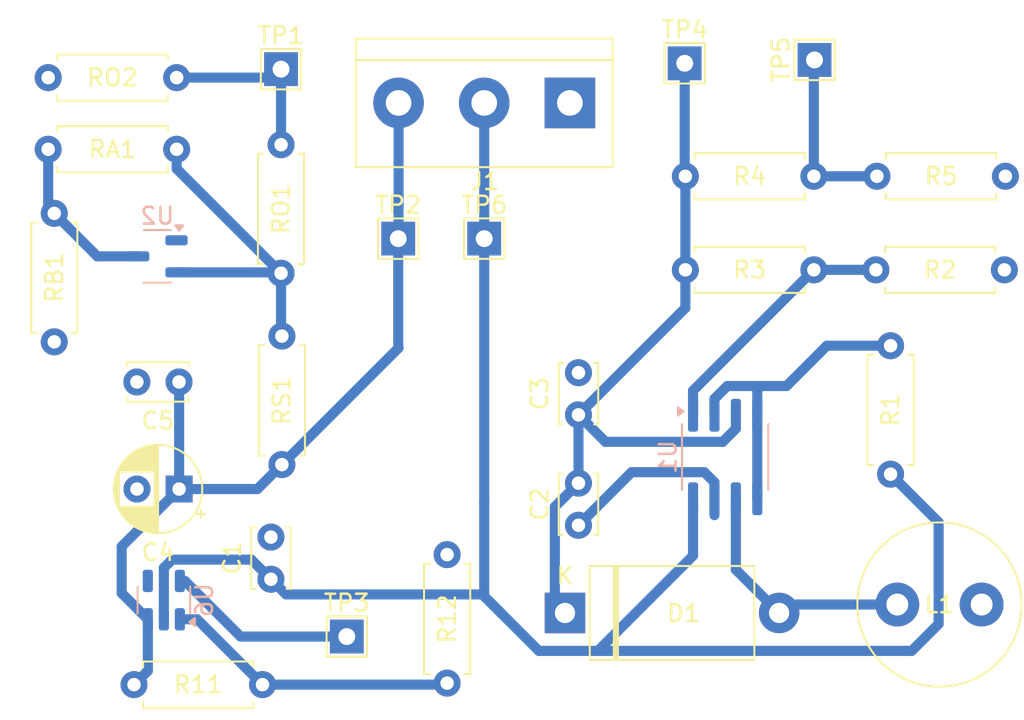
<source format=kicad_pcb>
(kicad_pcb (version 20240108) (generator "pcbnew") (generator_version "8.0")
  (layers (0 "F.Cu" signal) (31 "B.Cu" signal) (34 "B.Paste" user) (35 "F.Paste" user) (36 "B.SilkS" user "B.Silkscreen") (37 "F.SilkS" user "F.Silkscreen") (38 "B.Mask" user) (39 "F.Mask" user) (44 "Edge.Cuts" user))
  (net 0 "")
  (net 1 "0")
  (net 2 "Vbuck")
  (net 3 "-Vbat")
  (net 4 "Net-(U1-TC)")
  (net 5 "Vbat")
  (net 6 "Net-(D1--)")
  (net 7 "Net-(U1-DC)")
  (net 8 "Net-(U1-CII)")
  (net 9 "-VPOSA")
  (net 10 "Net-(U6-IN+)")
  (net 11 "Net-(U2-1)")
  (net 12 "Net-(U2-3)")
  (net 13 "Vref")
  (net 14 "Venable")
  (footprint "Resistor_THT:R_Axial_DIN0207_L6.3mm_D2.5mm_P7.62mm_Horizontal" (layer "F.Cu") (at 166.65 110.95 180)
    (property "Reference" "R11" (at 3.81 0 360) (layer "F.SilkS"))
    (property "Value" "10k")
    (fp_line (start 7.08 1.37) (end 7.08 1.04) (stroke (width 0.12)) (layer "F.SilkS"))
    (fp_line (start 7.08 -1.37) (end 7.08 -1.04) (stroke (width 0.12)) (layer "F.SilkS"))
    (fp_line (start 0.54 1.37) (end 7.08 1.37) (stroke (width 0.12)) (layer "F.SilkS"))
    (fp_line (start 0.54 1.04) (end 0.54 1.37) (stroke (width 0.12)) (layer "F.SilkS"))
    (fp_line (start 0.54 -1.04) (end 0.54 -1.37) (stroke (width 0.12)) (layer "F.SilkS"))
    (fp_line (start 0.54 -1.37) (end 7.08 -1.37) (stroke (width 0.12)) (layer "F.SilkS"))
    (pad "1" thru_hole circle (at 0 0 180) (size 1.6 1.6) (drill 0.8) (layers "*.Cu" "*.Mask") (net 10 "Net-(U6-IN+)"))
    (pad "2" thru_hole oval (at 7.62 0 180) (size 1.6 1.6) (drill 0.8) (layers "*.Cu" "*.Mask") (net 5 "Vbat"))
  )
  (footprint "TestPoint:TestPoint_THTPad_2.0x2.0mm_Drill1.0mm" (layer "F.Cu") (at 191.69 74.1)
    (property "Reference" "TP4" (at 0 -1.998 0) (layer "F.SilkS"))
    (property "Value" "TestPoint")
    (fp_line (start -1.2 -1.2) (end 1.2 -1.2) (stroke (width 0.12)) (layer "F.SilkS"))
    (fp_line (start -1.2 1.2) (end -1.2 -1.2) (stroke (width 0.12)) (layer "F.SilkS"))
    (fp_line (start 1.2 -1.2) (end 1.2 1.2) (stroke (width 0.12)) (layer "F.SilkS"))
    (fp_line (start 1.2 1.2) (end -1.2 1.2) (stroke (width 0.12)) (layer "F.SilkS"))
    (pad "1" thru_hole rect (at 0 0) (size 2 2) (drill 1) (layers "*.Cu" "*.Mask") (net 3 "-Vbat"))
  )
  (footprint "TestPoint:TestPoint_THTPad_2.0x2.0mm_Drill1.0mm" (layer "F.Cu") (at 167.75 74.45)
    (property "Reference" "TP1" (at 0 -1.998 0) (layer "F.SilkS"))
    (property "Value" "TestPoint")
    (fp_line (start -1.2 -1.2) (end 1.2 -1.2) (stroke (width 0.12)) (layer "F.SilkS"))
    (fp_line (start -1.2 1.2) (end -1.2 -1.2) (stroke (width 0.12)) (layer "F.SilkS"))
    (fp_line (start 1.2 -1.2) (end 1.2 1.2) (stroke (width 0.12)) (layer "F.SilkS"))
    (fp_line (start 1.2 1.2) (end -1.2 1.2) (stroke (width 0.12)) (layer "F.SilkS"))
    (pad "1" thru_hole rect (at 0 0) (size 2 2) (drill 1) (layers "*.Cu" "*.Mask") (net 13 "Vref"))
  )
  (footprint "Capacitor_THT:CP_Radial_D5.0mm_P2.50mm" (layer "F.Cu") (at 161.705113 99.35 180)
    (property "Reference" "C4" (at 1.25 -3.75 360) (layer "F.SilkS"))
    (property "Value" "10µ")
    (fp_line (start 3.851 -0.284) (end 3.851 0.284) (stroke (width 0.12)) (layer "F.SilkS"))
    (fp_line (start 3.811 -0.518) (end 3.811 0.518) (stroke (width 0.12)) (layer "F.SilkS"))
    (fp_line (start 3.771 -0.677) (end 3.771 0.677) (stroke (width 0.12)) (layer "F.SilkS"))
    (fp_line (start 3.731 -0.805) (end 3.731 0.805) (stroke (width 0.12)) (layer "F.SilkS"))
    (fp_line (start 3.691 -0.915) (end 3.691 0.915) (stroke (width 0.12)) (layer "F.SilkS"))
    (fp_line (start 3.651 -1.011) (end 3.651 1.011) (stroke (width 0.12)) (layer "F.SilkS"))
    (fp_line (start 3.611 -1.098) (end 3.611 1.098) (stroke (width 0.12)) (layer "F.SilkS"))
    (fp_line (start 3.571 -1.178) (end 3.571 1.178) (stroke (width 0.12)) (layer "F.SilkS"))
    (fp_line (start 3.531 1.04) (end 3.531 1.251) (stroke (width 0.12)) (layer "F.SilkS"))
    (fp_line (start 3.531 -1.251) (end 3.531 -1.04) (stroke (width 0.12)) (layer "F.SilkS"))
    (fp_line (start 3.491 1.04) (end 3.491 1.319) (stroke (width 0.12)) (layer "F.SilkS"))
    (fp_line (start 3.491 -1.319) (end 3.491 -1.04) (stroke (width 0.12)) (layer "F.SilkS"))
    (fp_line (start 3.451 1.04) (end 3.451 1.383) (stroke (width 0.12)) (layer "F.SilkS"))
    (fp_line (start 3.451 -1.383) (end 3.451 -1.04) (stroke (width 0.12)) (layer "F.SilkS"))
    (fp_line (start 3.411 1.04) (end 3.411 1.443) (stroke (width 0.12)) (layer "F.SilkS"))
    (fp_line (start 3.411 -1.443) (end 3.411 -1.04) (stroke (width 0.12)) (layer "F.SilkS"))
    (fp_line (start 3.371 1.04) (end 3.371 1.5) (stroke (width 0.12)) (layer "F.SilkS"))
    (fp_line (start 3.371 -1.5) (end 3.371 -1.04) (stroke (width 0.12)) (layer "F.SilkS"))
    (fp_line (start 3.331 1.04) (end 3.331 1.554) (stroke (width 0.12)) (layer "F.SilkS"))
    (fp_line (start 3.331 -1.554) (end 3.331 -1.04) (stroke (width 0.12)) (layer "F.SilkS"))
    (fp_line (start 3.291 1.04) (end 3.291 1.605) (stroke (width 0.12)) (layer "F.SilkS"))
    (fp_line (start 3.291 -1.605) (end 3.291 -1.04) (stroke (width 0.12)) (layer "F.SilkS"))
    (fp_line (start 3.251 1.04) (end 3.251 1.653) (stroke (width 0.12)) (layer "F.SilkS"))
    (fp_line (start 3.251 -1.653) (end 3.251 -1.04) (stroke (width 0.12)) (layer "F.SilkS"))
    (fp_line (start 3.211 1.04) (end 3.211 1.699) (stroke (width 0.12)) (layer "F.SilkS"))
    (fp_line (start 3.211 -1.699) (end 3.211 -1.04) (stroke (width 0.12)) (layer "F.SilkS"))
    (fp_line (start 3.171 1.04) (end 3.171 1.743) (stroke (width 0.12)) (layer "F.SilkS"))
    (fp_line (start 3.171 -1.743) (end 3.171 -1.04) (stroke (width 0.12)) (layer "F.SilkS"))
    (fp_line (start 3.131 1.04) (end 3.131 1.785) (stroke (width 0.12)) (layer "F.SilkS"))
    (fp_line (start 3.131 -1.785) (end 3.131 -1.04) (stroke (width 0.12)) (layer "F.SilkS"))
    (fp_line (start 3.091 1.04) (end 3.091 1.826) (stroke (width 0.12)) (layer "F.SilkS"))
    (fp_line (start 3.091 -1.826) (end 3.091 -1.04) (stroke (width 0.12)) (layer "F.SilkS"))
    (fp_line (start 3.051 1.04) (end 3.051 1.864) (stroke (width 0.12)) (layer "F.SilkS"))
    (fp_line (start 3.051 -1.864) (end 3.051 -1.04) (stroke (width 0.12)) (layer "F.SilkS"))
    (fp_line (start 3.011 1.04) (end 3.011 1.901) (stroke (width 0.12)) (layer "F.SilkS"))
    (fp_line (start 3.011 -1.901) (end 3.011 -1.04) (stroke (width 0.12)) (layer "F.SilkS"))
    (fp_line (start 2.971 1.04) (end 2.971 1.937) (stroke (width 0.12)) (layer "F.SilkS"))
    (fp_line (start 2.971 -1.937) (end 2.971 -1.04) (stroke (width 0.12)) (layer "F.SilkS"))
    (fp_line (start 2.931 1.04) (end 2.931 1.971) (stroke (width 0.12)) (layer "F.SilkS"))
    (fp_line (start 2.931 -1.971) (end 2.931 -1.04) (stroke (width 0.12)) (layer "F.SilkS"))
    (fp_line (start 2.891 1.04) (end 2.891 2.004) (stroke (width 0.12)) (layer "F.SilkS"))
    (fp_line (start 2.891 -2.004) (end 2.891 -1.04) (stroke (width 0.12)) (layer "F.SilkS"))
    (fp_line (start 2.851 1.04) (end 2.851 2.035) (stroke (width 0.12)) (layer "F.SilkS"))
    (fp_line (start 2.851 -2.035) (end 2.851 -1.04) (stroke (width 0.12)) (layer "F.SilkS"))
    (fp_line (start 2.811 1.04) (end 2.811 2.065) (stroke (width 0.12)) (layer "F.SilkS"))
    (fp_line (start 2.811 -2.065) (end 2.811 -1.04) (stroke (width 0.12)) (layer "F.SilkS"))
    (fp_line (start 2.771 1.04) (end 2.771 2.095) (stroke (width 0.12)) (layer "F.SilkS"))
    (fp_line (start 2.771 -2.095) (end 2.771 -1.04) (stroke (width 0.12)) (layer "F.SilkS"))
    (fp_line (start 2.731 1.04) (end 2.731 2.122) (stroke (width 0.12)) (layer "F.SilkS"))
    (fp_line (start 2.731 -2.122) (end 2.731 -1.04) (stroke (width 0.12)) (layer "F.SilkS"))
    (fp_line (start 2.691 1.04) (end 2.691 2.149) (stroke (width 0.12)) (layer "F.SilkS"))
    (fp_line (start 2.691 -2.149) (end 2.691 -1.04) (stroke (width 0.12)) (layer "F.SilkS"))
    (fp_line (start 2.651 1.04) (end 2.651 2.175) (stroke (width 0.12)) (layer "F.SilkS"))
    (fp_line (start 2.651 -2.175) (end 2.651 -1.04) (stroke (width 0.12)) (layer "F.SilkS"))
    (fp_line (start 2.611 1.04) (end 2.611 2.2) (stroke (width 0.12)) (layer "F.SilkS"))
    (fp_line (start 2.611 -2.2) (end 2.611 -1.04) (stroke (width 0.12)) (layer "F.SilkS"))
    (fp_line (start 2.571 1.04) (end 2.571 2.224) (stroke (width 0.12)) (layer "F.SilkS"))
    (fp_line (start 2.571 -2.224) (end 2.571 -1.04) (stroke (width 0.12)) (layer "F.SilkS"))
    (fp_line (start 2.531 1.04) (end 2.531 2.247) (stroke (width 0.12)) (layer "F.SilkS"))
    (fp_line (start 2.531 -2.247) (end 2.531 -1.04) (stroke (width 0.12)) (layer "F.SilkS"))
    (fp_line (start 2.491 1.04) (end 2.491 2.268) (stroke (width 0.12)) (layer "F.SilkS"))
    (fp_line (start 2.491 -2.268) (end 2.491 -1.04) (stroke (width 0.12)) (layer "F.SilkS"))
    (fp_line (start 2.451 1.04) (end 2.451 2.29) (stroke (width 0.12)) (layer "F.SilkS"))
    (fp_line (start 2.451 -2.29) (end 2.451 -1.04) (stroke (width 0.12)) (layer "F.SilkS"))
    (fp_line (start 2.411 1.04) (end 2.411 2.31) (stroke (width 0.12)) (layer "F.SilkS"))
    (fp_line (start 2.411 -2.31) (end 2.411 -1.04) (stroke (width 0.12)) (layer "F.SilkS"))
    (fp_line (start 2.371 1.04) (end 2.371 2.329) (stroke (width 0.12)) (layer "F.SilkS"))
    (fp_line (start 2.371 -2.329) (end 2.371 -1.04) (stroke (width 0.12)) (layer "F.SilkS"))
    (fp_line (start 2.331 1.04) (end 2.331 2.348) (stroke (width 0.12)) (layer "F.SilkS"))
    (fp_line (start 2.331 -2.348) (end 2.331 -1.04) (stroke (width 0.12)) (layer "F.SilkS"))
    (fp_line (start 2.291 1.04) (end 2.291 2.365) (stroke (width 0.12)) (layer "F.SilkS"))
    (fp_line (start 2.291 -2.365) (end 2.291 -1.04) (stroke (width 0.12)) (layer "F.SilkS"))
    (fp_line (start 2.251 1.04) (end 2.251 2.382) (stroke (width 0.12)) (layer "F.SilkS"))
    (fp_line (start 2.251 -2.382) (end 2.251 -1.04) (stroke (width 0.12)) (layer "F.SilkS"))
    (fp_line (start 2.211 1.04) (end 2.211 2.398) (stroke (width 0.12)) (layer "F.SilkS"))
    (fp_line (start 2.211 -2.398) (end 2.211 -1.04) (stroke (width 0.12)) (layer "F.SilkS"))
    (fp_line (start 2.171 1.04) (end 2.171 2.414) (stroke (width 0.12)) (layer "F.SilkS"))
    (fp_line (start 2.171 -2.414) (end 2.171 -1.04) (stroke (width 0.12)) (layer "F.SilkS"))
    (fp_line (start 2.131 1.04) (end 2.131 2.428) (stroke (width 0.12)) (layer "F.SilkS"))
    (fp_line (start 2.131 -2.428) (end 2.131 -1.04) (stroke (width 0.12)) (layer "F.SilkS"))
    (fp_line (start 2.091 1.04) (end 2.091 2.442) (stroke (width 0.12)) (layer "F.SilkS"))
    (fp_line (start 2.091 -2.442) (end 2.091 -1.04) (stroke (width 0.12)) (layer "F.SilkS"))
    (fp_line (start 2.051 1.04) (end 2.051 2.455) (stroke (width 0.12)) (layer "F.SilkS"))
    (fp_line (start 2.051 -2.455) (end 2.051 -1.04) (stroke (width 0.12)) (layer "F.SilkS"))
    (fp_line (start 2.011 1.04) (end 2.011 2.468) (stroke (width 0.12)) (layer "F.SilkS"))
    (fp_line (start 2.011 -2.468) (end 2.011 -1.04) (stroke (width 0.12)) (layer "F.SilkS"))
    (fp_line (start 1.971 1.04) (end 1.971 2.48) (stroke (width 0.12)) (layer "F.SilkS"))
    (fp_line (start 1.971 -2.48) (end 1.971 -1.04) (stroke (width 0.12)) (layer "F.SilkS"))
    (fp_line (start 1.93 1.04) (end 1.93 2.491) (stroke (width 0.12)) (layer "F.SilkS"))
    (fp_line (start 1.93 -2.491) (end 1.93 -1.04) (stroke (width 0.12)) (layer "F.SilkS"))
    (fp_line (start 1.89 1.04) (end 1.89 2.501) (stroke (width 0.12)) (layer "F.SilkS"))
    (fp_line (start 1.89 -2.501) (end 1.89 -1.04) (stroke (width 0.12)) (layer "F.SilkS"))
    (fp_line (start 1.85 1.04) (end 1.85 2.511) (stroke (width 0.12)) (layer "F.SilkS"))
    (fp_line (start 1.85 -2.511) (end 1.85 -1.04) (stroke (width 0.12)) (layer "F.SilkS"))
    (fp_line (start 1.81 1.04) (end 1.81 2.52) (stroke (width 0.12)) (layer "F.SilkS"))
    (fp_line (start 1.81 -2.52) (end 1.81 -1.04) (stroke (width 0.12)) (layer "F.SilkS"))
    (fp_line (start 1.77 1.04) (end 1.77 2.528) (stroke (width 0.12)) (layer "F.SilkS"))
    (fp_line (start 1.77 -2.528) (end 1.77 -1.04) (stroke (width 0.12)) (layer "F.SilkS"))
    (fp_line (start 1.73 1.04) (end 1.73 2.536) (stroke (width 0.12)) (layer "F.SilkS"))
    (fp_line (start 1.73 -2.536) (end 1.73 -1.04) (stroke (width 0.12)) (layer "F.SilkS"))
    (fp_line (start 1.69 1.04) (end 1.69 2.543) (stroke (width 0.12)) (layer "F.SilkS"))
    (fp_line (start 1.69 -2.543) (end 1.69 -1.04) (stroke (width 0.12)) (layer "F.SilkS"))
    (fp_line (start 1.65 1.04) (end 1.65 2.55) (stroke (width 0.12)) (layer "F.SilkS"))
    (fp_line (start 1.65 -2.55) (end 1.65 -1.04) (stroke (width 0.12)) (layer "F.SilkS"))
    (fp_line (start 1.61 1.04) (end 1.61 2.556) (stroke (width 0.12)) (layer "F.SilkS"))
    (fp_line (start 1.61 -2.556) (end 1.61 -1.04) (stroke (width 0.12)) (layer "F.SilkS"))
    (fp_line (start 1.57 1.04) (end 1.57 2.561) (stroke (width 0.12)) (layer "F.SilkS"))
    (fp_line (start 1.57 -2.561) (end 1.57 -1.04) (stroke (width 0.12)) (layer "F.SilkS"))
    (fp_line (start 1.53 1.04) (end 1.53 2.565) (stroke (width 0.12)) (layer "F.SilkS"))
    (fp_line (start 1.53 -2.565) (end 1.53 -1.04) (stroke (width 0.12)) (layer "F.SilkS"))
    (fp_line (start 1.49 1.04) (end 1.49 2.569) (stroke (width 0.12)) (layer "F.SilkS"))
    (fp_line (start 1.49 -2.569) (end 1.49 -1.04) (stroke (width 0.12)) (layer "F.SilkS"))
    (fp_line (start 1.45 -2.573) (end 1.45 2.573) (stroke (width 0.12)) (layer "F.SilkS"))
    (fp_line (start 1.41 -2.576) (end 1.41 2.576) (stroke (width 0.12)) (layer "F.SilkS"))
    (fp_line (start 1.37 -2.578) (end 1.37 2.578) (stroke (width 0.12)) (layer "F.SilkS"))
    (fp_line (start 1.33 -2.579) (end 1.33 2.579) (stroke (width 0.12)) (layer "F.SilkS"))
    (fp_line (start 1.29 -2.58) (end 1.29 2.58) (stroke (width 0.12)) (layer "F.SilkS"))
    (fp_line (start 1.25 -2.58) (end 1.25 2.58) (stroke (width 0.12)) (layer "F.SilkS"))
    (fp_line (start -1.304775 -1.725) (end -1.304775 -1.225) (stroke (width 0.12)) (layer "F.SilkS"))
    (fp_line (start -1.554775 -1.475) (end -1.054775 -1.475) (stroke (width 0.12)) (layer "F.SilkS"))
    (fp_circle (center 1.25 0) (end 3.87 0) (stroke (width 0.12)) (fill none) (layer "F.SilkS"))
    (pad "1" thru_hole rect (at 0 0 180) (size 1.6 1.6) (drill 0.8) (layers "*.Cu" "*.Mask") (net 5 "Vbat"))
    (pad "2" thru_hole circle (at 2.5 0 180) (size 1.6 1.6) (drill 0.8) (layers "*.Cu" "*.Mask") (net 1 "0"))
  )
  (footprint "Resistor_THT:R_Axial_DIN0207_L6.3mm_D2.5mm_P7.62mm_Horizontal" (layer "F.Cu") (at 203.03 86.35)
    (property "Reference" "R2" (at 3.81 0 360) (layer "F.SilkS"))
    (property "Value" "8.2k")
    (fp_line (start 0.54 -1.37) (end 7.08 -1.37) (stroke (width 0.12)) (layer "F.SilkS"))
    (fp_line (start 0.54 -1.04) (end 0.54 -1.37) (stroke (width 0.12)) (layer "F.SilkS"))
    (fp_line (start 0.54 1.04) (end 0.54 1.37) (stroke (width 0.12)) (layer "F.SilkS"))
    (fp_line (start 0.54 1.37) (end 7.08 1.37) (stroke (width 0.12)) (layer "F.SilkS"))
    (fp_line (start 7.08 -1.37) (end 7.08 -1.04) (stroke (width 0.12)) (layer "F.SilkS"))
    (fp_line (start 7.08 1.37) (end 7.08 1.04) (stroke (width 0.12)) (layer "F.SilkS"))
    (pad "1" thru_hole circle (at 0 0) (size 1.6 1.6) (drill 0.8) (layers "*.Cu" "*.Mask") (net 8 "Net-(U1-CII)"))
    (pad "2" thru_hole oval (at 7.62 0) (size 1.6 1.6) (drill 0.8) (layers "*.Cu" "*.Mask") (net 1 "0"))
  )
  (footprint "Resistor_THT:R_Axial_DIN0207_L6.3mm_D2.5mm_P7.62mm_Horizontal" (layer "F.Cu") (at 210.71 80.8 180)
    (property "Reference" "R5" (at 3.81 0 360) (layer "F.SilkS"))
    (property "Value" "1.1k")
    (fp_line (start 7.08 1.37) (end 7.08 1.04) (stroke (width 0.12)) (layer "F.SilkS"))
    (fp_line (start 7.08 -1.37) (end 7.08 -1.04) (stroke (width 0.12)) (layer "F.SilkS"))
    (fp_line (start 0.54 1.37) (end 7.08 1.37) (stroke (width 0.12)) (layer "F.SilkS"))
    (fp_line (start 0.54 1.04) (end 0.54 1.37) (stroke (width 0.12)) (layer "F.SilkS"))
    (fp_line (start 0.54 -1.04) (end 0.54 -1.37) (stroke (width 0.12)) (layer "F.SilkS"))
    (fp_line (start 0.54 -1.37) (end 7.08 -1.37) (stroke (width 0.12)) (layer "F.SilkS"))
    (pad "1" thru_hole circle (at 0 0 180) (size 1.6 1.6) (drill 0.8) (layers "*.Cu" "*.Mask") (net 1 "0"))
    (pad "2" thru_hole oval (at 7.62 0 180) (size 1.6 1.6) (drill 0.8) (layers "*.Cu" "*.Mask") (net 9 "-VPOSA"))
  )
  (footprint "Resistor_THT:R_Axial_DIN0207_L6.3mm_D2.5mm_P7.62mm_Horizontal" (layer "F.Cu") (at 191.73 86.35)
    (property "Reference" "R3" (at 3.81 0 360) (layer "F.SilkS"))
    (property "Value" "953")
    (fp_line (start 0.54 -1.37) (end 7.08 -1.37) (stroke (width 0.12)) (layer "F.SilkS"))
    (fp_line (start 0.54 -1.04) (end 0.54 -1.37) (stroke (width 0.12)) (layer "F.SilkS"))
    (fp_line (start 0.54 1.04) (end 0.54 1.37) (stroke (width 0.12)) (layer "F.SilkS"))
    (fp_line (start 0.54 1.37) (end 7.08 1.37) (stroke (width 0.12)) (layer "F.SilkS"))
    (fp_line (start 7.08 -1.37) (end 7.08 -1.04) (stroke (width 0.12)) (layer "F.SilkS"))
    (fp_line (start 7.08 1.37) (end 7.08 1.04) (stroke (width 0.12)) (layer "F.SilkS"))
    (pad "1" thru_hole circle (at 0 0) (size 1.6 1.6) (drill 0.8) (layers "*.Cu" "*.Mask") (net 3 "-Vbat"))
    (pad "2" thru_hole oval (at 7.62 0) (size 1.6 1.6) (drill 0.8) (layers "*.Cu" "*.Mask") (net 8 "Net-(U1-CII)"))
  )
  (footprint "Resistor_THT:R_Axial_DIN0207_L6.3mm_D2.5mm_P7.62mm_Horizontal" (layer "F.Cu") (at 199.35 80.8 180)
    (property "Reference" "R4" (at 3.81 0 360) (layer "F.SilkS"))
    (property "Value" "1k")
    (fp_line (start 7.08 1.37) (end 7.08 1.04) (stroke (width 0.12)) (layer "F.SilkS"))
    (fp_line (start 7.08 -1.37) (end 7.08 -1.04) (stroke (width 0.12)) (layer "F.SilkS"))
    (fp_line (start 0.54 1.37) (end 7.08 1.37) (stroke (width 0.12)) (layer "F.SilkS"))
    (fp_line (start 0.54 1.04) (end 0.54 1.37) (stroke (width 0.12)) (layer "F.SilkS"))
    (fp_line (start 0.54 -1.04) (end 0.54 -1.37) (stroke (width 0.12)) (layer "F.SilkS"))
    (fp_line (start 0.54 -1.37) (end 7.08 -1.37) (stroke (width 0.12)) (layer "F.SilkS"))
    (pad "1" thru_hole circle (at 0 0 180) (size 1.6 1.6) (drill 0.8) (layers "*.Cu" "*.Mask") (net 9 "-VPOSA"))
    (pad "2" thru_hole oval (at 7.62 0 180) (size 1.6 1.6) (drill 0.8) (layers "*.Cu" "*.Mask") (net 3 "-Vbat"))
  )
  (footprint "TestPoint:TestPoint_THTPad_2.0x2.0mm_Drill1.0mm" (layer "F.Cu") (at 171.65 108.1)
    (property "Reference" "TP3" (at 0 -1.998 0) (layer "F.SilkS"))
    (property "Value" "TestPoint")
    (fp_line (start -1.2 -1.2) (end 1.2 -1.2) (stroke (width 0.12)) (layer "F.SilkS"))
    (fp_line (start -1.2 1.2) (end -1.2 -1.2) (stroke (width 0.12)) (layer "F.SilkS"))
    (fp_line (start 1.2 -1.2) (end 1.2 1.2) (stroke (width 0.12)) (layer "F.SilkS"))
    (fp_line (start 1.2 1.2) (end -1.2 1.2) (stroke (width 0.12)) (layer "F.SilkS"))
    (pad "1" thru_hole rect (at 0 0) (size 2 2) (drill 1) (layers "*.Cu" "*.Mask") (net 14 "Venable"))
  )
  (footprint "Resistor_THT:R_Axial_DIN0207_L6.3mm_D2.5mm_P7.62mm_Horizontal" (layer "F.Cu") (at 154.3 83 -90)
    (property "Reference" "RB1" (at 3.81 0 90) (layer "F.SilkS"))
    (property "Value" "100k")
    (fp_line (start 0.54 1.37) (end 7.08 1.37) (stroke (width 0.12)) (layer "F.SilkS"))
    (fp_line (start 7.08 1.37) (end 7.08 1.04) (stroke (width 0.12)) (layer "F.SilkS"))
    (fp_line (start 0.54 1.04) (end 0.54 1.37) (stroke (width 0.12)) (layer "F.SilkS"))
    (fp_line (start 0.54 -1.04) (end 0.54 -1.37) (stroke (width 0.12)) (layer "F.SilkS"))
    (fp_line (start 0.54 -1.37) (end 7.08 -1.37) (stroke (width 0.12)) (layer "F.SilkS"))
    (fp_line (start 7.08 -1.37) (end 7.08 -1.04) (stroke (width 0.12)) (layer "F.SilkS"))
    (pad "1" thru_hole circle (at 0 0 270) (size 1.6 1.6) (drill 0.8) (layers "*.Cu" "*.Mask") (net 11 "Net-(U2-1)"))
    (pad "2" thru_hole oval (at 7.62 0 270) (size 1.6 1.6) (drill 0.8) (layers "*.Cu" "*.Mask") (net 1 "0"))
  )
  (footprint "Resistor_THT:R_Axial_DIN0207_L6.3mm_D2.5mm_P7.62mm_Horizontal" (layer "F.Cu") (at 177.6 103.24 -90)
    (property "Reference" "R12" (at 3.81 0 90) (layer "F.SilkS"))
    (property "Value" "11.24k")
    (fp_line (start 0.54 1.37) (end 7.08 1.37) (stroke (width 0.12)) (layer "F.SilkS"))
    (fp_line (start 7.08 1.37) (end 7.08 1.04) (stroke (width 0.12)) (layer "F.SilkS"))
    (fp_line (start 0.54 1.04) (end 0.54 1.37) (stroke (width 0.12)) (layer "F.SilkS"))
    (fp_line (start 0.54 -1.04) (end 0.54 -1.37) (stroke (width 0.12)) (layer "F.SilkS"))
    (fp_line (start 0.54 -1.37) (end 7.08 -1.37) (stroke (width 0.12)) (layer "F.SilkS"))
    (fp_line (start 7.08 -1.37) (end 7.08 -1.04) (stroke (width 0.12)) (layer "F.SilkS"))
    (pad "1" thru_hole circle (at 0 0 270) (size 1.6 1.6) (drill 0.8) (layers "*.Cu" "*.Mask") (net 1 "0"))
    (pad "2" thru_hole oval (at 7.62 0 270) (size 1.6 1.6) (drill 0.8) (layers "*.Cu" "*.Mask") (net 10 "Net-(U6-IN+)"))
  )
  (footprint "Diode_THT:D_DO-27_P12.70mm_Horizontal" (layer "F.Cu") (at 184.59 106.7)
    (property "Reference" "D1" (at 7.0375 0.02 360) (layer "F.SilkS"))
    (property "Value" "RBQ20T45ANZ")
    (fp_line (start 1.44 0) (end 1.47 0) (stroke (width 0.12)) (layer "F.SilkS"))
    (fp_line (start 1.47 -2.785) (end 1.47 2.785) (stroke (width 0.12)) (layer "F.SilkS"))
    (fp_line (start 1.47 2.785) (end 11.23 2.785) (stroke (width 0.12)) (layer "F.SilkS"))
    (fp_line (start 2.898 -2.785) (end 2.898 2.785) (stroke (width 0.12)) (layer "F.SilkS"))
    (fp_line (start 3.018 -2.785) (end 3.018 2.785) (stroke (width 0.12)) (layer "F.SilkS"))
    (fp_line (start 3.138 -2.785) (end 3.138 2.785) (stroke (width 0.12)) (layer "F.SilkS"))
    (fp_line (start 11.23 -2.785) (end 1.47 -2.785) (stroke (width 0.12)) (layer "F.SilkS"))
    (fp_line (start 11.23 2.785) (end 11.23 -2.785) (stroke (width 0.12)) (layer "F.SilkS"))
    (fp_line (start 11.26 0) (end 11.23 0) (stroke (width 0.12)) (layer "F.SilkS"))
    (fp_text user "K" (at 0 -2.2 360) (layer "F.SilkS"))
    (pad "1" thru_hole rect (at 0 0) (size 2.4 2.4) (drill 1.2) (layers "*.Cu" "*.Mask") (net 3 "-Vbat"))
    (pad "2" thru_hole oval (at 12.7 0) (size 2.4 2.4) (drill 1.2) (layers "*.Cu" "*.Mask") (net 6 "Net-(D1--)"))
  )
  (footprint "Capacitor_THT:C_Disc_D3.4mm_W2.1mm_P2.50mm" (layer "F.Cu") (at 185.39 94.95 90)
    (property "Reference" "C3" (at 1.25 -2.3 90) (layer "F.SilkS"))
    (property "Value" "100µ")
    (fp_line (start 3.07 -1.17) (end 3.07 -0.925) (stroke (width 0.12)) (layer "F.SilkS"))
    (fp_line (start -0.57 -1.17) (end 3.07 -1.17) (stroke (width 0.12)) (layer "F.SilkS"))
    (fp_line (start -0.57 -1.17) (end -0.57 -0.925) (stroke (width 0.12)) (layer "F.SilkS"))
    (fp_line (start 3.07 0.925) (end 3.07 1.17) (stroke (width 0.12)) (layer "F.SilkS"))
    (fp_line (start -0.57 0.925) (end -0.57 1.17) (stroke (width 0.12)) (layer "F.SilkS"))
    (fp_line (start -0.57 1.17) (end 3.07 1.17) (stroke (width 0.12)) (layer "F.SilkS"))
    (pad "1" thru_hole circle (at 0 0 90) (size 1.6 1.6) (drill 0.8) (layers "*.Cu" "*.Mask") (net 3 "-Vbat"))
    (pad "2" thru_hole circle (at 2.5 0 90) (size 1.6 1.6) (drill 0.8) (layers "*.Cu" "*.Mask") (net 1 "0"))
  )
  (footprint "TestPoint:TestPoint_THTPad_2.0x2.0mm_Drill1.0mm" (layer "F.Cu") (at 179.8 84.5)
    (property "Reference" "TP6" (at 0 -1.998 0) (layer "F.SilkS"))
    (property "Value" "TestPoint")
    (fp_line (start -1.2 -1.2) (end 1.2 -1.2) (stroke (width 0.12)) (layer "F.SilkS"))
    (fp_line (start -1.2 1.2) (end -1.2 -1.2) (stroke (width 0.12)) (layer "F.SilkS"))
    (fp_line (start 1.2 -1.2) (end 1.2 1.2) (stroke (width 0.12)) (layer "F.SilkS"))
    (fp_line (start 1.2 1.2) (end -1.2 1.2) (stroke (width 0.12)) (layer "F.SilkS"))
    (pad "1" thru_hole rect (at 0 0) (size 2 2) (drill 1) (layers "*.Cu" "*.Mask") (net 2 "Vbuck"))
  )
  (footprint "TerminalBlock:TerminalBlock_bornier-3_P5.08mm" (layer "F.Cu") (at 184.88 76.45 180)
    (property "Reference" "J1" (at 5.05 -4.65 360) (layer "F.SilkS"))
    (property "Value" "Conn_01x03_Socket")
    (fp_line (start 12.7 3.81) (end 12.7 -3.81) (stroke (width 0.12)) (layer "F.SilkS"))
    (fp_line (start -2.54 3.81) (end 12.7 3.81) (stroke (width 0.12)) (layer "F.SilkS"))
    (fp_line (start -2.54 3.81) (end -2.54 -3.81) (stroke (width 0.12)) (layer "F.SilkS"))
    (fp_line (start -2.54 2.54) (end 12.7 2.54) (stroke (width 0.12)) (layer "F.SilkS"))
    (fp_line (start -2.54 -3.81) (end 12.7 -3.81) (stroke (width 0.12)) (layer "F.SilkS"))
    (pad "1" thru_hole rect (at 0 0 180) (size 3 3) (drill 1.52) (layers "*.Cu" "*.Mask") (net 1 "0"))
    (pad "2" thru_hole circle (at 5.08 0 180) (size 3 3) (drill 1.52) (layers "*.Cu" "*.Mask") (net 2 "Vbuck"))
    (pad "3" thru_hole circle (at 10.16 0 180) (size 3 3) (drill 1.52) (layers "*.Cu" "*.Mask") (net 5 "Vbat"))
  )
  (footprint "Resistor_THT:R_Axial_DIN0207_L6.3mm_D2.5mm_P7.62mm_Horizontal" (layer "F.Cu") (at 161.56 74.95 180)
    (property "Reference" "RO2" (at 3.81 0 360) (layer "F.SilkS"))
    (property "Value" "1.4k")
    (fp_line (start 7.08 1.37) (end 7.08 1.04) (stroke (width 0.12)) (layer "F.SilkS"))
    (fp_line (start 7.08 -1.37) (end 7.08 -1.04) (stroke (width 0.12)) (layer "F.SilkS"))
    (fp_line (start 0.54 1.37) (end 7.08 1.37) (stroke (width 0.12)) (layer "F.SilkS"))
    (fp_line (start 0.54 1.04) (end 0.54 1.37) (stroke (width 0.12)) (layer "F.SilkS"))
    (fp_line (start 0.54 -1.04) (end 0.54 -1.37) (stroke (width 0.12)) (layer "F.SilkS"))
    (fp_line (start 0.54 -1.37) (end 7.08 -1.37) (stroke (width 0.12)) (layer "F.SilkS"))
    (pad "1" thru_hole circle (at 0 0 180) (size 1.6 1.6) (drill 0.8) (layers "*.Cu" "*.Mask") (net 13 "Vref"))
    (pad "2" thru_hole oval (at 7.62 0 180) (size 1.6 1.6) (drill 0.8) (layers "*.Cu" "*.Mask") (net 1 "0"))
  )
  (footprint "Capacitor_THT:C_Disc_D3.4mm_W2.1mm_P2.50mm" (layer "F.Cu") (at 161.7 93 180)
    (property "Reference" "C5" (at 1.25 -2.3 360) (layer "F.SilkS"))
    (property "Value" "100n")
    (fp_line (start 3.07 0.925) (end 3.07 1.17) (stroke (width 0.12)) (layer "F.SilkS"))
    (fp_line (start 3.07 -1.17) (end 3.07 -0.925) (stroke (width 0.12)) (layer "F.SilkS"))
    (fp_line (start -0.57 1.17) (end 3.07 1.17) (stroke (width 0.12)) (layer "F.SilkS"))
    (fp_line (start -0.57 0.925) (end -0.57 1.17) (stroke (width 0.12)) (layer "F.SilkS"))
    (fp_line (start -0.57 -1.17) (end 3.07 -1.17) (stroke (width 0.12)) (layer "F.SilkS"))
    (fp_line (start -0.57 -1.17) (end -0.57 -0.925) (stroke (width 0.12)) (layer "F.SilkS"))
    (pad "1" thru_hole circle (at 0 0 180) (size 1.6 1.6) (drill 0.8) (layers "*.Cu" "*.Mask") (net 5 "Vbat"))
    (pad "2" thru_hole circle (at 2.5 0 180) (size 1.6 1.6) (drill 0.8) (layers "*.Cu" "*.Mask") (net 1 "0"))
  )
  (footprint "Inductor_THT:L_Radial_D9.5mm_P5.00mm_Fastron_07HVP" (layer "F.Cu") (at 204.3 106.2)
    (property "Reference" "L1" (at 2.5 0 0) (layer "F.SilkS"))
    (property "Value" "90µ")
    (fp_circle (center 2.5 0) (end 7.37 0) (stroke (width 0.12)) (fill none) (layer "F.SilkS"))
    (pad "1" thru_hole circle (at 0 0) (size 2.6 2.6) (drill 1.3) (layers "*.Cu" "*.Mask") (net 6 "Net-(D1--)"))
    (pad "2" thru_hole circle (at 5 0) (size 2.6 2.6) (drill 1.3) (layers "*.Cu" "*.Mask") (net 1 "0"))
  )
  (footprint "Resistor_THT:R_Axial_DIN0207_L6.3mm_D2.5mm_P7.62mm_Horizontal" (layer "F.Cu") (at 167.75 86.55 90)
    (property "Reference" "RO1" (at 3.81 0 90) (layer "F.SilkS"))
    (property "Value" "1.5k")
    (fp_line (start 7.08 -1.37) (end 7.08 -1.04) (stroke (width 0.12)) (layer "F.SilkS"))
    (fp_line (start 0.54 -1.37) (end 7.08 -1.37) (stroke (width 0.12)) (layer "F.SilkS"))
    (fp_line (start 0.54 -1.04) (end 0.54 -1.37) (stroke (width 0.12)) (layer "F.SilkS"))
    (fp_line (start 0.54 1.04) (end 0.54 1.37) (stroke (width 0.12)) (layer "F.SilkS"))
    (fp_line (start 7.08 1.37) (end 7.08 1.04) (stroke (width 0.12)) (layer "F.SilkS"))
    (fp_line (start 0.54 1.37) (end 7.08 1.37) (stroke (width 0.12)) (layer "F.SilkS"))
    (pad "1" thru_hole circle (at 0 0 90) (size 1.6 1.6) (drill 0.8) (layers "*.Cu" "*.Mask") (net 12 "Net-(U2-3)"))
    (pad "2" thru_hole oval (at 7.62 0 90) (size 1.6 1.6) (drill 0.8) (layers "*.Cu" "*.Mask") (net 13 "Vref"))
  )
  (footprint "Capacitor_THT:C_Disc_D3.4mm_W2.1mm_P2.50mm" (layer "F.Cu") (at 167.15 104.7 90)
    (property "Reference" "C1" (at 1.25 -2.3 90) (layer "F.SilkS"))
    (property "Value" "100µ")
    (fp_line (start 3.07 -1.17) (end 3.07 -0.925) (stroke (width 0.12)) (layer "F.SilkS"))
    (fp_line (start -0.57 -1.17) (end 3.07 -1.17) (stroke (width 0.12)) (layer "F.SilkS"))
    (fp_line (start -0.57 -1.17) (end -0.57 -0.925) (stroke (width 0.12)) (layer "F.SilkS"))
    (fp_line (start 3.07 0.925) (end 3.07 1.17) (stroke (width 0.12)) (layer "F.SilkS"))
    (fp_line (start -0.57 0.925) (end -0.57 1.17) (stroke (width 0.12)) (layer "F.SilkS"))
    (fp_line (start -0.57 1.17) (end 3.07 1.17) (stroke (width 0.12)) (layer "F.SilkS"))
    (pad "1" thru_hole circle (at 0 0 90) (size 1.6 1.6) (drill 0.8) (layers "*.Cu" "*.Mask") (net 2 "Vbuck"))
    (pad "2" thru_hole circle (at 2.5 0 90) (size 1.6 1.6) (drill 0.8) (layers "*.Cu" "*.Mask") (net 1 "0"))
  )
  (footprint "TestPoint:TestPoint_THTPad_2.0x2.0mm_Drill1.0mm" (layer "F.Cu") (at 199.39 73.9 90)
    (property "Reference" "TP5" (at 0 -1.998 90) (layer "F.SilkS"))
    (property "Value" "TestPoint")
    (fp_line (start 1.2 -1.2) (end 1.2 1.2) (stroke (width 0.12)) (layer "F.SilkS"))
    (fp_line (start -1.2 -1.2) (end 1.2 -1.2) (stroke (width 0.12)) (layer "F.SilkS"))
    (fp_line (start 1.2 1.2) (end -1.2 1.2) (stroke (width 0.12)) (layer "F.SilkS"))
    (fp_line (start -1.2 1.2) (end -1.2 -1.2) (stroke (width 0.12)) (layer "F.SilkS"))
    (pad "1" thru_hole rect (at 0 0 90) (size 2 2) (drill 1) (layers "*.Cu" "*.Mask") (net 9 "-VPOSA"))
  )
  (footprint "TestPoint:TestPoint_THTPad_2.0x2.0mm_Drill1.0mm" (layer "F.Cu") (at 174.7 84.5)
    (property "Reference" "TP2" (at 0 -1.998 0) (layer "F.SilkS"))
    (property "Value" "TestPoint")
    (fp_line (start -1.2 -1.2) (end 1.2 -1.2) (stroke (width 0.12)) (layer "F.SilkS"))
    (fp_line (start -1.2 1.2) (end -1.2 -1.2) (stroke (width 0.12)) (layer "F.SilkS"))
    (fp_line (start 1.2 -1.2) (end 1.2 1.2) (stroke (width 0.12)) (layer "F.SilkS"))
    (fp_line (start 1.2 1.2) (end -1.2 1.2) (stroke (width 0.12)) (layer "F.SilkS"))
    (pad "1" thru_hole rect (at 0 0) (size 2 2) (drill 1) (layers "*.Cu" "*.Mask") (net 5 "Vbat"))
  )
  (footprint "Resistor_THT:R_Axial_DIN0207_L6.3mm_D2.5mm_P7.62mm_Horizontal" (layer "F.Cu") (at 161.56 79.2 180)
    (property "Reference" "RA1" (at 3.81 0 360) (layer "F.SilkS"))
    (property "Value" "10")
    (fp_line (start 7.08 1.37) (end 7.08 1.04) (stroke (width 0.12)) (layer "F.SilkS"))
    (fp_line (start 7.08 -1.37) (end 7.08 -1.04) (stroke (width 0.12)) (layer "F.SilkS"))
    (fp_line (start 0.54 1.37) (end 7.08 1.37) (stroke (width 0.12)) (layer "F.SilkS"))
    (fp_line (start 0.54 1.04) (end 0.54 1.37) (stroke (width 0.12)) (layer "F.SilkS"))
    (fp_line (start 0.54 -1.04) (end 0.54 -1.37) (stroke (width 0.12)) (layer "F.SilkS"))
    (fp_line (start 0.54 -1.37) (end 7.08 -1.37) (stroke (width 0.12)) (layer "F.SilkS"))
    (pad "1" thru_hole circle (at 0 0 180) (size 1.6 1.6) (drill 0.8) (layers "*.Cu" "*.Mask") (net 12 "Net-(U2-3)"))
    (pad "2" thru_hole oval (at 7.62 0 180) (size 1.6 1.6) (drill 0.8) (layers "*.Cu" "*.Mask") (net 11 "Net-(U2-1)"))
  )
  (footprint "Capacitor_THT:C_Disc_D3.4mm_W2.1mm_P2.50mm" (layer "F.Cu") (at 185.39 101.5 90)
    (property "Reference" "C2" (at 1.25 -2.3 90) (layer "F.SilkS"))
    (property "Value" "1.5n")
    (fp_line (start 3.07 -1.17) (end 3.07 -0.925) (stroke (width 0.12)) (layer "F.SilkS"))
    (fp_line (start -0.57 -1.17) (end 3.07 -1.17) (stroke (width 0.12)) (layer "F.SilkS"))
    (fp_line (start -0.57 -1.17) (end -0.57 -0.925) (stroke (width 0.12)) (layer "F.SilkS"))
    (fp_line (start 3.07 0.925) (end 3.07 1.17) (stroke (width 0.12)) (layer "F.SilkS"))
    (fp_line (start -0.57 0.925) (end -0.57 1.17) (stroke (width 0.12)) (layer "F.SilkS"))
    (fp_line (start -0.57 1.17) (end 3.07 1.17) (stroke (width 0.12)) (layer "F.SilkS"))
    (pad "1" thru_hole circle (at 0 0 90) (size 1.6 1.6) (drill 0.8) (layers "*.Cu" "*.Mask") (net 4 "Net-(U1-TC)"))
    (pad "2" thru_hole circle (at 2.5 0 90) (size 1.6 1.6) (drill 0.8) (layers "*.Cu" "*.Mask") (net 3 "-Vbat"))
  )
  (footprint "Resistor_THT:R_Axial_DIN0207_L6.3mm_D2.5mm_P7.62mm_Horizontal" (layer "F.Cu") (at 203.9 90.85 -90)
    (property "Reference" "R1" (at 3.81 0 90) (layer "F.SilkS"))
    (property "Value" "0.22")
    (fp_line (start 0.54 1.37) (end 7.08 1.37) (stroke (width 0.12)) (layer "F.SilkS"))
    (fp_line (start 7.08 1.37) (end 7.08 1.04) (stroke (width 0.12)) (layer "F.SilkS"))
    (fp_line (start 0.54 1.04) (end 0.54 1.37) (stroke (width 0.12)) (layer "F.SilkS"))
    (fp_line (start 0.54 -1.04) (end 0.54 -1.37) (stroke (width 0.12)) (layer "F.SilkS"))
    (fp_line (start 0.54 -1.37) (end 7.08 -1.37) (stroke (width 0.12)) (layer "F.SilkS"))
    (fp_line (start 7.08 -1.37) (end 7.08 -1.04) (stroke (width 0.12)) (layer "F.SilkS"))
    (pad "1" thru_hole circle (at 0 0 270) (size 1.6 1.6) (drill 0.8) (layers "*.Cu" "*.Mask") (net 7 "Net-(U1-DC)"))
    (pad "2" thru_hole oval (at 7.62 0 270) (size 1.6 1.6) (drill 0.8) (layers "*.Cu" "*.Mask") (net 2 "Vbuck"))
  )
  (footprint "Resistor_THT:R_Axial_DIN0207_L6.3mm_D2.5mm_P7.62mm_Horizontal" (layer "F.Cu") (at 167.8 97.9 90)
    (property "Reference" "RS1" (at 3.81 0 90) (layer "F.SilkS"))
    (property "Value" "1k")
    (fp_line (start 7.08 -1.37) (end 7.08 -1.04) (stroke (width 0.12)) (layer "F.SilkS"))
    (fp_line (start 0.54 -1.37) (end 7.08 -1.37) (stroke (width 0.12)) (layer "F.SilkS"))
    (fp_line (start 0.54 -1.04) (end 0.54 -1.37) (stroke (width 0.12)) (layer "F.SilkS"))
    (fp_line (start 0.54 1.04) (end 0.54 1.37) (stroke (width 0.12)) (layer "F.SilkS"))
    (fp_line (start 7.08 1.37) (end 7.08 1.04) (stroke (width 0.12)) (layer "F.SilkS"))
    (fp_line (start 0.54 1.37) (end 7.08 1.37) (stroke (width 0.12)) (layer "F.SilkS"))
    (pad "1" thru_hole circle (at 0 0 90) (size 1.6 1.6) (drill 0.8) (layers "*.Cu" "*.Mask") (net 5 "Vbat"))
    (pad "2" thru_hole oval (at 7.62 0 90) (size 1.6 1.6) (drill 0.8) (layers "*.Cu" "*.Mask") (net 12 "Net-(U2-3)"))
  )
  (footprint "Package_SO:SOIC-8_3.9x4.9mm_P1.27mm" (layer "B.Cu") (at 194.09 97.45 -90)
    (property "Reference" "U1" (at 0 3.4 90) (layer "B.SilkS") (effects (justify mirror)))
    (property "Value" "MC33063A-Q1_TRANS")
    (fp_line (start -1.95 2.56) (end 0 2.56) (stroke (width 0.12)) (layer "B.SilkS"))
    (fp_line (start 1.95 2.56) (end 0 2.56) (stroke (width 0.12)) (layer "B.SilkS"))
    (fp_line (start -1.95 -2.56) (end 0 -2.56) (stroke (width 0.12)) (layer "B.SilkS"))
    (fp_line (start 1.95 -2.56) (end 0 -2.56) (stroke (width 0.12)) (layer "B.SilkS"))
    (fp_poly (pts (xy -2.7 2.465) (xy -2.94 2.795) (xy -2.46 2.795) (xy -2.7 2.465)) (stroke (width 0.12)) (fill solid) (layer "B.SilkS"))
    (pad "1" smd roundrect (at -2.475 1.905 270) (size 1.95 0.6) (layers "B.Cu" "B.Paste" "B.Mask") (net 8 "Net-(U1-CII)"))
    (pad "2" smd roundrect (at -2.475 0.635 270) (size 1.95 0.6) (layers "B.Cu" "B.Paste" "B.Mask") (net 7 "Net-(U1-DC)"))
    (pad "3" smd roundrect (at -2.475 -0.635 270) (size 1.95 0.6) (layers "B.Cu" "B.Paste" "B.Mask") (net 3 "-Vbat"))
    (pad "4" smd roundrect (at -2.475 -1.905 270) (size 1.95 0.6) (layers "B.Cu" "B.Paste" "B.Mask") (net 7 "Net-(U1-DC)"))
    (pad "5" smd roundrect (at 2.475 -1.905 270) (size 1.95 0.6) (layers "B.Cu" "B.Paste" "B.Mask") (net 7 "Net-(U1-DC)"))
    (pad "6" smd roundrect (at 2.475 -0.635 270) (size 1.95 0.6) (layers "B.Cu" "B.Paste" "B.Mask") (net 6 "Net-(D1--)"))
    (pad "7" smd roundrect (at 2.475 0.635 270) (size 1.95 0.6) (layers "B.Cu" "B.Paste" "B.Mask") (net 4 "Net-(U1-TC)"))
    (pad "8" smd roundrect (at 2.475 1.905 270) (size 1.95 0.6) (layers "B.Cu" "B.Paste" "B.Mask") (net 2 "Vbuck"))
  )
  (footprint "Package_TO_SOT_SMD:SOT-23-3" (layer "B.Cu") (at 160.4125 85.55 180)
    (property "Reference" "U2" (at 0 2.4 360) (layer "B.SilkS") (effects (justify mirror)))
    (property "Value" "TL431")
    (fp_line (start 0.8 1.56) (end 0 1.56) (stroke (width 0.12)) (layer "B.SilkS"))
    (fp_line (start 0.8 -1.56) (end 0 -1.56) (stroke (width 0.12)) (layer "B.SilkS"))
    (fp_line (start -0.8 1.56) (end 0 1.56) (stroke (width 0.12)) (layer "B.SilkS"))
    (fp_line (start -0.8 -1.56) (end 0 -1.56) (stroke (width 0.12)) (layer "B.SilkS"))
    (fp_poly (pts (xy -1.3 1.51) (xy -1.54 1.84) (xy -1.06 1.84) (xy -1.3 1.51)) (stroke (width 0.12)) (fill solid) (layer "B.SilkS"))
    (pad "1" smd roundrect (at -1.1375 0.95 180) (size 1.325 0.6) (layers "B.Cu" "B.Paste" "B.Mask") (net 1 "0"))
    (pad "2" smd roundrect (at -1.1375 -0.95 180) (size 1.325 0.6) (layers "B.Cu" "B.Paste" "B.Mask") (net 12 "Net-(U2-3)"))
    (pad "3" smd roundrect (at 1.1375 0 180) (size 1.325 0.6) (layers "B.Cu" "B.Paste" "B.Mask") (net 11 "Net-(U2-1)"))
  )
  (footprint "Package_TO_SOT_SMD:SOT-23-5" (layer "B.Cu") (at 160.8 105.9375 90)
    (property "Reference" "U6" (at 0 2.4 90) (layer "B.SilkS") (effects (justify mirror)))
    (property "Value" "TLV3201")
    (fp_line (start 0.8 -1.56) (end 0 -1.56) (stroke (width 0.12)) (layer "B.SilkS"))
    (fp_line (start -0.8 -1.56) (end 0 -1.56) (stroke (width 0.12)) (layer "B.SilkS"))
    (fp_line (start 0.8 1.56) (end 0 1.56) (stroke (width 0.12)) (layer "B.SilkS"))
    (fp_line (start -0.8 1.56) (end 0 1.56) (stroke (width 0.12)) (layer "B.SilkS"))
    (fp_poly (pts (xy -1.3 1.51) (xy -1.54 1.84) (xy -1.06 1.84) (xy -1.3 1.51)) (stroke (width 0.12)) (fill solid) (layer "B.SilkS"))
    (pad "1" smd roundrect (at -1.1375 0.95 90) (size 1.325 0.6) (layers "B.Cu" "B.Paste" "B.Mask") (net 10 "Net-(U6-IN+)"))
    (pad "2" smd roundrect (at -1.1375 0 90) (size 1.325 0.6) (layers "B.Cu" "B.Paste" "B.Mask") (net 2 "Vbuck"))
    (pad "3" smd roundrect (at -1.1375 -0.95 90) (size 1.325 0.6) (layers "B.Cu" "B.Paste" "B.Mask") (net 5 "Vbat"))
    (pad "4" smd roundrect (at 1.1375 -0.95 90) (size 1.325 0.6) (layers "B.Cu" "B.Paste" "B.Mask") (net 1 "0"))
    (pad "5" smd roundrect (at 1.1375 0.95 90) (size 1.325 0.6) (layers "B.Cu" "B.Paste" "B.Mask") (net 14 "Venable"))
  )
  (segment (start 203.9 98.47) (end 206.75 101.32) (width 0.6) (layer "B.Cu") (net 2))
  (segment (start 206.75 101.32) (end 206.75 107.35) (width 0.6) (layer "B.Cu") (net 2))
  (segment (start 179.8 105.71) (end 179.8 100.15) (width 0.6) (layer "B.Cu") (net 2))
  (segment (start 179.69 105.6) (end 180.795 106.705) (width 0.6) (layer "B.Cu") (net 2))
  (segment (start 168.05 105.6) (end 179.69 105.6) (width 0.6) (layer "B.Cu") (net 2))
  (segment (start 180.795 106.705) (end 179.8 105.71) (width 0.6) (layer "B.Cu") (net 2))
  (segment (start 192.185 103.305) (end 186.54 108.95) (width 0.6) (layer "B.Cu") (net 2))
  (segment (start 179.8 100.15) (end 179.8 84.5) (width 0.6) (layer "B.Cu") (net 2))
  (segment (start 167.15 104.7) (end 168.05 105.6) (width 0.6) (layer "B.Cu") (net 2))
  (segment (start 183.04 108.95) (end 180.795 106.705) (width 0.6) (layer "B.Cu") (net 2))
  (segment (start 205.15 108.95) (end 186.54 108.95) (width 0.6) (layer "B.Cu") (net 2))
  (segment (start 161.285184 103.5375) (end 165.9875 103.5375) (width 0.6) (layer "B.Cu") (net 2))
  (segment (start 165.9875 103.5375) (end 167.15 104.7) (width 0.6) (layer "B.Cu") (net 2))
  (segment (start 160.8 104.022684) (end 161.285184 103.5375) (width 0.6) (layer "B.Cu") (net 2))
  (segment (start 206.75 107.35) (end 205.15 108.95) (width 0.6) (layer "B.Cu") (net 2))
  (segment (start 186.54 108.95) (end 183.04 108.95) (width 0.6) (layer "B.Cu") (net 2))
  (segment (start 179.8 76.45) (end 179.8 84.5) (width 0.6) (layer "B.Cu") (net 2))
  (segment (start 160.8 107.075) (end 160.8 104.022684) (width 0.6) (layer "B.Cu") (net 2))
  (segment (start 192.185 99.925) (end 192.185 103.305) (width 0.6) (layer "B.Cu") (net 2))
  (segment (start 185.39 99) (end 185.39 94.95) (width 0.6) (layer "B.Cu") (net 3))
  (segment (start 191.73 80.71) (end 191.69 80.67) (width 0.6) (layer "B.Cu") (net 3))
  (segment (start 191.69 80.67) (end 191.69 74.1) (width 0.6) (layer "B.Cu") (net 3))
  (segment (start 191.73 88.61) (end 185.39 94.95) (width 0.6) (layer "B.Cu") (net 3))
  (segment (start 186.99 96.55) (end 193.945 96.55) (width 0.6) (layer "B.Cu") (net 3))
  (segment (start 183.99 100.4) (end 183.99 106.1) (width 0.6) (layer "B.Cu") (net 3))
  (segment (start 191.73 80.8) (end 191.73 80.71) (width 0.6) (layer "B.Cu") (net 3))
  (segment (start 191.73 86.35) (end 191.73 88.61) (width 0.6) (layer "B.Cu") (net 3))
  (segment (start 185.39 94.95) (end 186.99 96.55) (width 0.6) (layer "B.Cu") (net 3))
  (segment (start 185.39 99) (end 183.99 100.4) (width 0.6) (layer "B.Cu") (net 3))
  (segment (start 183.99 106.1) (end 184.59 106.7) (width 0.6) (layer "B.Cu") (net 3))
  (segment (start 191.73 86.35) (end 191.73 80.8) (width 0.6) (layer "B.Cu") (net 3))
  (segment (start 193.945 96.55) (end 194.725 95.77) (width 0.6) (layer "B.Cu") (net 3))
  (segment (start 185.39 101.5) (end 188.54 98.35) (width 0.6) (layer "B.Cu") (net 4))
  (segment (start 192.854999 98.35) (end 193.455 98.950001) (width 0.6) (layer "B.Cu") (net 4))
  (segment (start 188.54 98.35) (end 192.854999 98.35) (width 0.6) (layer "B.Cu") (net 4))
  (segment (start 193.455 100.899999) (end 193.455 99.925) (width 0.6) (layer "B.Cu") (net 4))
  (segment (start 193.455 98.950001) (end 193.455 99.925) (width 0.6) (layer "B.Cu") (net 4))
  (segment (start 174.72 76.45) (end 174.72 84.48) (width 0.6) (layer "B.Cu") (net 5))
  (segment (start 158.3 102.755113) (end 158.3 105.525) (width 0.6) (layer "B.Cu") (net 5))
  (segment (start 166.35 99.35) (end 167.8 97.9) (width 0.6) (layer "B.Cu") (net 5))
  (segment (start 159.85 107.075) (end 159.85 110.13) (width 0.6) (layer "B.Cu") (net 5))
  (segment (start 174.7 90.96) (end 174.72 90.98) (width 0.6) (layer "B.Cu") (net 5))
  (segment (start 161.705113 99.35) (end 158.3 102.755113) (width 0.6) (layer "B.Cu") (net 5))
  (segment (start 159.85 110.13) (end 159.03 110.95) (width 0.6) (layer "B.Cu") (net 5))
  (segment (start 174.72 84.48) (end 174.7 84.5) (width 0.6) (layer "B.Cu") (net 5))
  (segment (start 174.7 84.5) (end 174.7 90.96) (width 0.6) (layer "B.Cu") (net 5))
  (segment (start 158.3 105.525) (end 159.85 107.075) (width 0.6) (layer "B.Cu") (net 5))
  (segment (start 161.705113 99.35) (end 161.705113 93.005113) (width 0.6) (layer "B.Cu") (net 5))
  (segment (start 161.705113 93.005113) (end 161.7 93) (width 0.6) (layer "B.Cu") (net 5))
  (segment (start 161.705113 99.35) (end 166.35 99.35) (width 0.6) (layer "B.Cu") (net 5))
  (segment (start 167.8 97.9) (end 174.72 90.98) (width 0.6) (layer "B.Cu") (net 5))
  (segment (start 197.29 106.7) (end 197.55 106.7) (width 0.6) (layer "B.Cu") (net 6))
  (segment (start 198.05 106.2) (end 204.3 106.2) (width 0.6) (layer "B.Cu") (net 6))
  (segment (start 194.725 99.925) (end 194.725 104.135) (width 0.6) (layer "B.Cu") (net 6))
  (segment (start 197.55 106.7) (end 198.05 106.2) (width 0.6) (layer "B.Cu") (net 6))
  (segment (start 194.725 104.135) (end 197.29 106.7) (width 0.6) (layer "B.Cu") (net 6))
  (segment (start 196.04 93.24) (end 195.995 93.285) (width 0.6) (layer "B.Cu") (net 7))
  (segment (start 195.995 99.925) (end 195.995 94.975) (width 0.6) (layer "B.Cu") (net 7))
  (segment (start 193.455 94.000001) (end 194.215001 93.24) (width 0.6) (layer "B.Cu") (net 7))
  (segment (start 193.455 94.975) (end 193.455 94.000001) (width 0.6) (layer "B.Cu") (net 7))
  (segment (start 200.12 90.85) (end 203.9 90.85) (width 0.6) (layer "B.Cu") (net 7))
  (segment (start 194.215001 93.24) (end 196.04 93.24) (width 0.6) (layer "B.Cu") (net 7))
  (segment (start 196.04 93.24) (end 197.73 93.24) (width 0.6) (layer "B.Cu") (net 7))
  (segment (start 195.995 93.285) (end 195.995 94.975) (width 0.6) (layer "B.Cu") (net 7))
  (segment (start 197.73 93.24) (end 200.12 90.85) (width 0.6) (layer "B.Cu") (net 7))
  (segment (start 203.03 86.35) (end 199.35 86.35) (width 0.6) (layer "B.Cu") (net 8))
  (segment (start 192.185 93.515) (end 199.35 86.35) (width 0.6) (layer "B.Cu") (net 8))
  (segment (start 192.185 94.975) (end 192.185 93.515) (width 0.6) (layer "B.Cu") (net 8))
  (segment (start 199.35 80.8) (end 199.35 73.94) (width 0.6) (layer "B.Cu") (net 9))
  (segment (start 199.35 80.8) (end 203.09 80.8) (width 0.6) (layer "B.Cu") (net 9))
  (segment (start 199.35 73.94) (end 199.39 73.9) (width 0.6) (layer "B.Cu") (net 9))
  (segment (start 162.775 107.075) (end 162 107.075) (width 0.6) (layer "B.Cu") (net 10))
  (segment (start 166.65 110.95) (end 162.775 107.075) (width 0.6) (layer "B.Cu") (net 10))
  (segment (start 166.65 110.95) (end 177.51 110.95) (width 0.6) (layer "B.Cu") (net 10))
  (segment (start 177.51 110.95) (end 177.6 110.86) (width 0.6) (layer "B.Cu") (net 10))
  (segment (start 156.85 85.55) (end 159.275 85.55) (width 0.6) (layer "B.Cu") (net 11))
  (segment (start 153.94 82.64) (end 154.3 83) (width 0.6) (layer "B.Cu") (net 11))
  (segment (start 153.94 79.2) (end 153.94 82.64) (width 0.6) (layer "B.Cu") (net 11))
  (segment (start 154.3 83) (end 156.85 85.55) (width 0.6) (layer "B.Cu") (net 11))
  (segment (start 161.56 80.36) (end 167.75 86.55) (width 0.6) (layer "B.Cu") (net 12))
  (segment (start 161.55 86.5) (end 167.7 86.5) (width 0.6) (layer "B.Cu") (net 12))
  (segment (start 167.75 90.23) (end 167.8 90.28) (width 0.6) (layer "B.Cu") (net 12))
  (segment (start 167.7 86.5) (end 167.75 86.55) (width 0.6) (layer "B.Cu") (net 12))
  (segment (start 161.56 79.2) (end 161.56 80.36) (width 0.6) (layer "B.Cu") (net 12))
  (segment (start 167.75 86.55) (end 167.75 90.23) (width 0.6) (layer "B.Cu") (net 12))
  (segment (start 167.8 86.6) (end 167.75 86.55) (width 1) (layer "B.Cu") (net 12))
  (segment (start 167.75 74.45) (end 167.75 78.93) (width 0.6) (layer "B.Cu") (net 13))
  (segment (start 167.25 74.95) (end 167.75 74.45) (width 0.6) (layer "B.Cu") (net 13))
  (segment (start 161.56 74.95) (end 167.25 74.95) (width 0.6) (layer "B.Cu") (net 13))
  (segment (start 165.349999 108.1) (end 171.65 108.1) (width 0.6) (layer "B.Cu") (net 14))
  (segment (start 162.049999 104.8) (end 165.349999 108.1) (width 0.6) (layer "B.Cu") (net 14))
  (segment (start 161.75 104.8) (end 162.049999 104.8) (width 0.6) (layer "B.Cu") (net 14))
)
</source>
